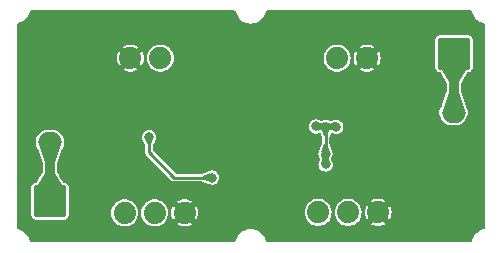
<source format=gbl>
G04 #@! TF.GenerationSoftware,KiCad,Pcbnew,8.0.3*
G04 #@! TF.CreationDate,2024-07-19T18:12:48+03:00*
G04 #@! TF.ProjectId,B-TPS63030-Brk-01Mbr-R01,422d5450-5336-4333-9033-302d42726b2d,rev?*
G04 #@! TF.SameCoordinates,Original*
G04 #@! TF.FileFunction,Copper,L2,Bot*
G04 #@! TF.FilePolarity,Positive*
%FSLAX46Y46*%
G04 Gerber Fmt 4.6, Leading zero omitted, Abs format (unit mm)*
G04 Created by KiCad (PCBNEW 8.0.3) date 2024-07-19 18:12:48*
%MOMM*%
%LPD*%
G01*
G04 APERTURE LIST*
G04 Aperture macros list*
%AMRoundRect*
0 Rectangle with rounded corners*
0 $1 Rounding radius*
0 $2 $3 $4 $5 $6 $7 $8 $9 X,Y pos of 4 corners*
0 Add a 4 corners polygon primitive as box body*
4,1,4,$2,$3,$4,$5,$6,$7,$8,$9,$2,$3,0*
0 Add four circle primitives for the rounded corners*
1,1,$1+$1,$2,$3*
1,1,$1+$1,$4,$5*
1,1,$1+$1,$6,$7*
1,1,$1+$1,$8,$9*
0 Add four rect primitives between the rounded corners*
20,1,$1+$1,$2,$3,$4,$5,0*
20,1,$1+$1,$4,$5,$6,$7,0*
20,1,$1+$1,$6,$7,$8,$9,0*
20,1,$1+$1,$8,$9,$2,$3,0*%
G04 Aperture macros list end*
G04 #@! TA.AperFunction,ComponentPad*
%ADD10C,1.879600*%
G04 #@! TD*
G04 #@! TA.AperFunction,ComponentPad*
%ADD11O,2.000000X1.700000*%
G04 #@! TD*
G04 #@! TA.AperFunction,ComponentPad*
%ADD12RoundRect,0.250000X-0.750000X0.600000X-0.750000X-0.600000X0.750000X-0.600000X0.750000X0.600000X0*%
G04 #@! TD*
G04 #@! TA.AperFunction,ComponentPad*
%ADD13RoundRect,0.250000X-1.125000X-1.125000X1.125000X-1.125000X1.125000X1.125000X-1.125000X1.125000X0*%
G04 #@! TD*
G04 #@! TA.AperFunction,ComponentPad*
%ADD14RoundRect,0.250000X0.750000X-0.600000X0.750000X0.600000X-0.750000X0.600000X-0.750000X-0.600000X0*%
G04 #@! TD*
G04 #@! TA.AperFunction,ViaPad*
%ADD15C,0.800000*%
G04 #@! TD*
G04 #@! TA.AperFunction,Conductor*
%ADD16C,0.250000*%
G04 #@! TD*
G04 #@! TA.AperFunction,Conductor*
%ADD17C,0.849000*%
G04 #@! TD*
G04 APERTURE END LIST*
D10*
X171215000Y-95925000D03*
X168675000Y-95925000D03*
X166135000Y-95925000D03*
D11*
X194000000Y-87450000D03*
D12*
X194000000Y-89950000D03*
D13*
X194025000Y-82450000D03*
X159825000Y-82450000D03*
D10*
X169170000Y-82850000D03*
X166630000Y-82850000D03*
X184130000Y-82850000D03*
X186670000Y-82850000D03*
D11*
X159825000Y-89950000D03*
D14*
X159825000Y-87450000D03*
D13*
X159825000Y-94950000D03*
D10*
X187605000Y-95900000D03*
X185065000Y-95900000D03*
X182525000Y-95900000D03*
D13*
X194000000Y-94950000D03*
D15*
X168220000Y-89530000D03*
X173550000Y-92950000D03*
X173500000Y-82350000D03*
X177425000Y-89875000D03*
X176700000Y-83975000D03*
X179875000Y-82350000D03*
X182200000Y-90150000D03*
X171770000Y-90790000D03*
X178175000Y-94975000D03*
X176050000Y-85375000D03*
X176200000Y-89850000D03*
X176700000Y-82525000D03*
X179850000Y-84450000D03*
X173475000Y-84450000D03*
X181100000Y-86600000D03*
X179850000Y-83400000D03*
X167500000Y-93950000D03*
X176800000Y-86450000D03*
X172675000Y-86650000D03*
X173475000Y-83400000D03*
X182375000Y-86600000D03*
X177450000Y-85375000D03*
X171350000Y-86650000D03*
X183150000Y-90920000D03*
X184065000Y-88650000D03*
X183160000Y-91840000D03*
X183190000Y-88650000D03*
X182365000Y-88625000D03*
D16*
X168220000Y-90820000D02*
X170350000Y-92950000D01*
X170350000Y-92950000D02*
X173550000Y-92950000D01*
D17*
X159825000Y-94950000D02*
X159825000Y-89950000D01*
D16*
X168220000Y-89530000D02*
X168220000Y-90820000D01*
X183160000Y-91840000D02*
X183160000Y-90930000D01*
X183215000Y-88625000D02*
X182365000Y-88625000D01*
X183025000Y-88815000D02*
X183190000Y-88650000D01*
X183160000Y-90910000D02*
X183160000Y-88815000D01*
X183160000Y-90930000D02*
X183150000Y-90920000D01*
X184015000Y-88625000D02*
X183265000Y-88625000D01*
X183240000Y-88900000D02*
X183215000Y-88925000D01*
D17*
X194025000Y-82275000D02*
X194025000Y-87425000D01*
D16*
X183150000Y-90920000D02*
X183160000Y-90910000D01*
X184040000Y-88925000D02*
X183990000Y-88900000D01*
X183215000Y-88925000D02*
X183190000Y-88900000D01*
D17*
X194000000Y-82300000D02*
X194025000Y-82275000D01*
G04 #@! TA.AperFunction,Conductor*
G36*
X183469552Y-88323704D02*
G01*
X183977113Y-88497293D01*
X183983832Y-88503212D01*
X183985027Y-88508363D01*
X183985027Y-88742222D01*
X183981600Y-88750495D01*
X183977857Y-88753010D01*
X183353887Y-89015010D01*
X183344932Y-89015053D01*
X183338571Y-89008754D01*
X183190875Y-88654499D01*
X183190855Y-88645550D01*
X183338856Y-88290561D01*
X183345203Y-88284244D01*
X183353441Y-88283994D01*
X183469552Y-88323704D01*
G37*
G04 #@! TD.AperFunction*
G04 #@! TA.AperFunction,Conductor*
G36*
X173395294Y-92584728D02*
G01*
X173401280Y-92590890D01*
X173549123Y-92945498D01*
X173549144Y-92954452D01*
X173549123Y-92954502D01*
X173401280Y-93309109D01*
X173394933Y-93315427D01*
X173386344Y-93315551D01*
X172757563Y-93077858D01*
X172751036Y-93071727D01*
X172750000Y-93066914D01*
X172750000Y-92833085D01*
X172753427Y-92824812D01*
X172757563Y-92822141D01*
X173386345Y-92584448D01*
X173395294Y-92584728D01*
G37*
G04 #@! TD.AperFunction*
G04 #@! TA.AperFunction,Conductor*
G36*
X183548647Y-88798526D02*
G01*
X183554965Y-88804873D01*
X183554944Y-88813827D01*
X183554900Y-88813932D01*
X183288038Y-89436940D01*
X183281630Y-89443195D01*
X183277283Y-89444033D01*
X183043422Y-89444033D01*
X183035149Y-89440606D01*
X183032327Y-89436047D01*
X182971116Y-89253185D01*
X182823903Y-88813394D01*
X182824527Y-88804463D01*
X182830494Y-88798884D01*
X183185500Y-88650875D01*
X183194449Y-88650855D01*
X183548647Y-88798526D01*
G37*
G04 #@! TD.AperFunction*
G04 #@! TA.AperFunction,Conductor*
G36*
X175500956Y-78820146D02*
G01*
X175546711Y-78872950D01*
X175556428Y-78905303D01*
X175556744Y-78907327D01*
X175556746Y-78907334D01*
X175625288Y-79113417D01*
X175727064Y-79305281D01*
X175727068Y-79305288D01*
X175835656Y-79446848D01*
X175859258Y-79477617D01*
X175859265Y-79477624D01*
X176018192Y-79625629D01*
X176018194Y-79625630D01*
X176018196Y-79625631D01*
X176018200Y-79625635D01*
X176199490Y-79745240D01*
X176199494Y-79745241D01*
X176199496Y-79745243D01*
X176266857Y-79775047D01*
X176398107Y-79833121D01*
X176608549Y-79886843D01*
X176824986Y-79904917D01*
X177041423Y-79886843D01*
X177212606Y-79843142D01*
X177251862Y-79833122D01*
X177251863Y-79833121D01*
X177251865Y-79833121D01*
X177450482Y-79745241D01*
X177631772Y-79625635D01*
X177631776Y-79625631D01*
X177631779Y-79625629D01*
X177769389Y-79497476D01*
X177790714Y-79477617D01*
X177922904Y-79305288D01*
X178024682Y-79113420D01*
X178093227Y-78907330D01*
X178093544Y-78905298D01*
X178093904Y-78904535D01*
X178094439Y-78902333D01*
X178094891Y-78902442D01*
X178123351Y-78842108D01*
X178182591Y-78805062D01*
X178216055Y-78800461D01*
X195433924Y-78800461D01*
X195500963Y-78820146D01*
X195546718Y-78872950D01*
X195553932Y-78897007D01*
X195554723Y-78896820D01*
X195555855Y-78901581D01*
X195618976Y-79097178D01*
X195618984Y-79097198D01*
X195712051Y-79280459D01*
X195818229Y-79426810D01*
X195832761Y-79446841D01*
X195978104Y-79592192D01*
X196144458Y-79712896D01*
X196144478Y-79712910D01*
X196208130Y-79745239D01*
X196327743Y-79805991D01*
X196523357Y-79869130D01*
X196523360Y-79869130D01*
X196528100Y-79870258D01*
X196527609Y-79872320D01*
X196582796Y-79898320D01*
X196619869Y-79957542D01*
X196624485Y-79991061D01*
X196624485Y-97208878D01*
X196604800Y-97275917D01*
X196551996Y-97321672D01*
X196527938Y-97328904D01*
X196528122Y-97329678D01*
X196523365Y-97330809D01*
X196327749Y-97393945D01*
X196327735Y-97393951D01*
X196144486Y-97487019D01*
X196144476Y-97487025D01*
X195978099Y-97607735D01*
X195832760Y-97753071D01*
X195832753Y-97753079D01*
X195712041Y-97919448D01*
X195712036Y-97919456D01*
X195618960Y-98102712D01*
X195618958Y-98102716D01*
X195555818Y-98298329D01*
X195554689Y-98303077D01*
X195552632Y-98302587D01*
X195526611Y-98357790D01*
X195467381Y-98394852D01*
X195433886Y-98399461D01*
X178216056Y-98399461D01*
X178149017Y-98379776D01*
X178103262Y-98326972D01*
X178093545Y-98294619D01*
X178093228Y-98292594D01*
X178093228Y-98292592D01*
X178024683Y-98086501D01*
X177922906Y-97894633D01*
X177863471Y-97817151D01*
X177790721Y-97722310D01*
X177790707Y-97722296D01*
X177631780Y-97574291D01*
X177631776Y-97574288D01*
X177450485Y-97454681D01*
X177450476Y-97454676D01*
X177251867Y-97366800D01*
X177251865Y-97366799D01*
X177041423Y-97313077D01*
X177041422Y-97313076D01*
X177041419Y-97313076D01*
X176849100Y-97297016D01*
X176824986Y-97295003D01*
X176824985Y-97295003D01*
X176608551Y-97313076D01*
X176398105Y-97366799D01*
X176199487Y-97454681D01*
X176199481Y-97454684D01*
X176018195Y-97574288D01*
X176018191Y-97574291D01*
X175859264Y-97722296D01*
X175859257Y-97722303D01*
X175752755Y-97861145D01*
X175727066Y-97894634D01*
X175727063Y-97894640D01*
X175625288Y-98086501D01*
X175556745Y-98292587D01*
X175556744Y-98292591D01*
X175556427Y-98294622D01*
X175556066Y-98295386D01*
X175555532Y-98297589D01*
X175555079Y-98297479D01*
X175526620Y-98357814D01*
X175467380Y-98394860D01*
X175433916Y-98399461D01*
X158216129Y-98399461D01*
X158149090Y-98379776D01*
X158103335Y-98326972D01*
X158096105Y-98302876D01*
X158095324Y-98303062D01*
X158094196Y-98298320D01*
X158031058Y-98102717D01*
X158031053Y-98102701D01*
X158031052Y-98102699D01*
X158031051Y-98102696D01*
X157937968Y-97919435D01*
X157937962Y-97919424D01*
X157817248Y-97753057D01*
X157817246Y-97753054D01*
X157671890Y-97607707D01*
X157505509Y-97486996D01*
X157505502Y-97486992D01*
X157505497Y-97486989D01*
X157322236Y-97393922D01*
X157322232Y-97393920D01*
X157322231Y-97393920D01*
X157126609Y-97330787D01*
X157126602Y-97330785D01*
X157121859Y-97329658D01*
X157122348Y-97327597D01*
X157067153Y-97301579D01*
X157030094Y-97242347D01*
X157025485Y-97208856D01*
X157025485Y-93770730D01*
X158249500Y-93770730D01*
X158249500Y-96129269D01*
X158252353Y-96159699D01*
X158252353Y-96159701D01*
X158297206Y-96287880D01*
X158297207Y-96287882D01*
X158377850Y-96397150D01*
X158487118Y-96477793D01*
X158529845Y-96492744D01*
X158615299Y-96522646D01*
X158645730Y-96525500D01*
X158645734Y-96525500D01*
X161004270Y-96525500D01*
X161034699Y-96522646D01*
X161034701Y-96522646D01*
X161098790Y-96500219D01*
X161162882Y-96477793D01*
X161272150Y-96397150D01*
X161352793Y-96287882D01*
X161379373Y-96211920D01*
X161397646Y-96159701D01*
X161397646Y-96159699D01*
X161400500Y-96129269D01*
X161400500Y-95924999D01*
X164989815Y-95924999D01*
X164989815Y-95925000D01*
X165009313Y-96135426D01*
X165009314Y-96135429D01*
X165067144Y-96338684D01*
X165067147Y-96338690D01*
X165161344Y-96527862D01*
X165288699Y-96696508D01*
X165417446Y-96813875D01*
X165444872Y-96838877D01*
X165624547Y-96950128D01*
X165821605Y-97026468D01*
X166029336Y-97065300D01*
X166029338Y-97065300D01*
X166240662Y-97065300D01*
X166240664Y-97065300D01*
X166448395Y-97026468D01*
X166645453Y-96950128D01*
X166825128Y-96838877D01*
X166981302Y-96696506D01*
X167108656Y-96527862D01*
X167202853Y-96338689D01*
X167202853Y-96338686D01*
X167202855Y-96338684D01*
X167260685Y-96135429D01*
X167260686Y-96135426D01*
X167280185Y-95925000D01*
X167280185Y-95924999D01*
X167529815Y-95924999D01*
X167529815Y-95925000D01*
X167549313Y-96135426D01*
X167549314Y-96135429D01*
X167607144Y-96338684D01*
X167607147Y-96338690D01*
X167701344Y-96527862D01*
X167828699Y-96696508D01*
X167957446Y-96813875D01*
X167984872Y-96838877D01*
X168164547Y-96950128D01*
X168361605Y-97026468D01*
X168569336Y-97065300D01*
X168569338Y-97065300D01*
X168780662Y-97065300D01*
X168780664Y-97065300D01*
X168988395Y-97026468D01*
X169185453Y-96950128D01*
X169365128Y-96838877D01*
X169521302Y-96696506D01*
X169648656Y-96527862D01*
X169742853Y-96338689D01*
X169742853Y-96338686D01*
X169742855Y-96338684D01*
X169800685Y-96135429D01*
X169800686Y-96135426D01*
X169820185Y-95925000D01*
X169820185Y-95924999D01*
X170070317Y-95924999D01*
X170070317Y-95925000D01*
X170089806Y-96135334D01*
X170147614Y-96338504D01*
X170147619Y-96338517D01*
X170241771Y-96527598D01*
X170249118Y-96537327D01*
X170725504Y-96060941D01*
X170741619Y-96121081D01*
X170808498Y-96236920D01*
X170903080Y-96331502D01*
X171018919Y-96398381D01*
X171079057Y-96414494D01*
X170605401Y-96888150D01*
X170704770Y-96949677D01*
X170704771Y-96949678D01*
X170901740Y-97025983D01*
X171109384Y-97064800D01*
X171320616Y-97064800D01*
X171528259Y-97025983D01*
X171725228Y-96949678D01*
X171725232Y-96949676D01*
X171824596Y-96888151D01*
X171824596Y-96888150D01*
X171350942Y-96414494D01*
X171411081Y-96398381D01*
X171526920Y-96331502D01*
X171621502Y-96236920D01*
X171688381Y-96121081D01*
X171704495Y-96060941D01*
X172180880Y-96537326D01*
X172180881Y-96537326D01*
X172188228Y-96527598D01*
X172282380Y-96338517D01*
X172282385Y-96338504D01*
X172340193Y-96135334D01*
X172359683Y-95925000D01*
X172359683Y-95924999D01*
X172357366Y-95899999D01*
X181379815Y-95899999D01*
X181379815Y-95900000D01*
X181399313Y-96110426D01*
X181399314Y-96110429D01*
X181457144Y-96313684D01*
X181457147Y-96313690D01*
X181551344Y-96502862D01*
X181678699Y-96671508D01*
X181813050Y-96793983D01*
X181834872Y-96813877D01*
X182014547Y-96925128D01*
X182211605Y-97001468D01*
X182419336Y-97040300D01*
X182419338Y-97040300D01*
X182630662Y-97040300D01*
X182630664Y-97040300D01*
X182838395Y-97001468D01*
X183035453Y-96925128D01*
X183215128Y-96813877D01*
X183371302Y-96671506D01*
X183498656Y-96502862D01*
X183592853Y-96313689D01*
X183592853Y-96313686D01*
X183592855Y-96313684D01*
X183645326Y-96129266D01*
X183650686Y-96110427D01*
X183670185Y-95900000D01*
X183670185Y-95899999D01*
X183919815Y-95899999D01*
X183919815Y-95900000D01*
X183939313Y-96110426D01*
X183939314Y-96110429D01*
X183997144Y-96313684D01*
X183997147Y-96313690D01*
X184091344Y-96502862D01*
X184218699Y-96671508D01*
X184353050Y-96793983D01*
X184374872Y-96813877D01*
X184554547Y-96925128D01*
X184751605Y-97001468D01*
X184959336Y-97040300D01*
X184959338Y-97040300D01*
X185170662Y-97040300D01*
X185170664Y-97040300D01*
X185378395Y-97001468D01*
X185575453Y-96925128D01*
X185755128Y-96813877D01*
X185911302Y-96671506D01*
X186038656Y-96502862D01*
X186132853Y-96313689D01*
X186132853Y-96313686D01*
X186132855Y-96313684D01*
X186185326Y-96129266D01*
X186190686Y-96110427D01*
X186210185Y-95900000D01*
X186210185Y-95899999D01*
X186460317Y-95899999D01*
X186460317Y-95900000D01*
X186479806Y-96110334D01*
X186537614Y-96313504D01*
X186537619Y-96313517D01*
X186631771Y-96502598D01*
X186639118Y-96512327D01*
X187115504Y-96035941D01*
X187131619Y-96096081D01*
X187198498Y-96211920D01*
X187293080Y-96306502D01*
X187408919Y-96373381D01*
X187469057Y-96389494D01*
X186995401Y-96863150D01*
X187094770Y-96924677D01*
X187094771Y-96924678D01*
X187291740Y-97000983D01*
X187499384Y-97039800D01*
X187710616Y-97039800D01*
X187918259Y-97000983D01*
X188115228Y-96924678D01*
X188115232Y-96924676D01*
X188214596Y-96863151D01*
X188214596Y-96863150D01*
X187740942Y-96389494D01*
X187801081Y-96373381D01*
X187916920Y-96306502D01*
X188011502Y-96211920D01*
X188078381Y-96096081D01*
X188094495Y-96035941D01*
X188570880Y-96512326D01*
X188570881Y-96512326D01*
X188578228Y-96502598D01*
X188672380Y-96313517D01*
X188672385Y-96313504D01*
X188730193Y-96110334D01*
X188749683Y-95900000D01*
X188749683Y-95899999D01*
X188730193Y-95689665D01*
X188672385Y-95486495D01*
X188672380Y-95486482D01*
X188578232Y-95297407D01*
X188578227Y-95297399D01*
X188570880Y-95287671D01*
X188094494Y-95764057D01*
X188078381Y-95703919D01*
X188011502Y-95588080D01*
X187916920Y-95493498D01*
X187801081Y-95426619D01*
X187740941Y-95410504D01*
X188214597Y-94936848D01*
X188115227Y-94875321D01*
X188115226Y-94875320D01*
X187918259Y-94799016D01*
X187710616Y-94760200D01*
X187499384Y-94760200D01*
X187291740Y-94799016D01*
X187094772Y-94875321D01*
X187094765Y-94875325D01*
X186995402Y-94936847D01*
X186995401Y-94936848D01*
X187469058Y-95410504D01*
X187408919Y-95426619D01*
X187293080Y-95493498D01*
X187198498Y-95588080D01*
X187131619Y-95703919D01*
X187115504Y-95764058D01*
X186639118Y-95287672D01*
X186639117Y-95287672D01*
X186631770Y-95297402D01*
X186537619Y-95486482D01*
X186537614Y-95486495D01*
X186479806Y-95689665D01*
X186460317Y-95899999D01*
X186210185Y-95899999D01*
X186190686Y-95689573D01*
X186149963Y-95546446D01*
X186132855Y-95486315D01*
X186132852Y-95486309D01*
X186098340Y-95417000D01*
X186038656Y-95297138D01*
X185911302Y-95128494D01*
X185911300Y-95128491D01*
X185755129Y-94986124D01*
X185755128Y-94986123D01*
X185575453Y-94874872D01*
X185575452Y-94874871D01*
X185379644Y-94799016D01*
X185378395Y-94798532D01*
X185170664Y-94759700D01*
X184959336Y-94759700D01*
X184751605Y-94798532D01*
X184751602Y-94798532D01*
X184751602Y-94798533D01*
X184554547Y-94874871D01*
X184554546Y-94874872D01*
X184374870Y-94986124D01*
X184218699Y-95128491D01*
X184091344Y-95297137D01*
X183997147Y-95486309D01*
X183997144Y-95486315D01*
X183939314Y-95689570D01*
X183939313Y-95689573D01*
X183919815Y-95899999D01*
X183670185Y-95899999D01*
X183650686Y-95689573D01*
X183609963Y-95546446D01*
X183592855Y-95486315D01*
X183592852Y-95486309D01*
X183558340Y-95417000D01*
X183498656Y-95297138D01*
X183371302Y-95128494D01*
X183371300Y-95128491D01*
X183215129Y-94986124D01*
X183215128Y-94986123D01*
X183035453Y-94874872D01*
X183035452Y-94874871D01*
X182839644Y-94799016D01*
X182838395Y-94798532D01*
X182630664Y-94759700D01*
X182419336Y-94759700D01*
X182211605Y-94798532D01*
X182211602Y-94798532D01*
X182211602Y-94798533D01*
X182014547Y-94874871D01*
X182014546Y-94874872D01*
X181834870Y-94986124D01*
X181678699Y-95128491D01*
X181551344Y-95297137D01*
X181457147Y-95486309D01*
X181457144Y-95486315D01*
X181399314Y-95689570D01*
X181399313Y-95689573D01*
X181379815Y-95899999D01*
X172357366Y-95899999D01*
X172340193Y-95714665D01*
X172282385Y-95511495D01*
X172282380Y-95511482D01*
X172188232Y-95322407D01*
X172188227Y-95322399D01*
X172180880Y-95312671D01*
X171704494Y-95789057D01*
X171688381Y-95728919D01*
X171621502Y-95613080D01*
X171526920Y-95518498D01*
X171411081Y-95451619D01*
X171350941Y-95435504D01*
X171824597Y-94961848D01*
X171725227Y-94900321D01*
X171725226Y-94900320D01*
X171528259Y-94824016D01*
X171320616Y-94785200D01*
X171109384Y-94785200D01*
X170901740Y-94824016D01*
X170704772Y-94900321D01*
X170704765Y-94900325D01*
X170605402Y-94961847D01*
X170605401Y-94961848D01*
X171079058Y-95435504D01*
X171018919Y-95451619D01*
X170903080Y-95518498D01*
X170808498Y-95613080D01*
X170741619Y-95728919D01*
X170725504Y-95789058D01*
X170249118Y-95312672D01*
X170249117Y-95312672D01*
X170241770Y-95322402D01*
X170147619Y-95511482D01*
X170147614Y-95511495D01*
X170089806Y-95714665D01*
X170070317Y-95924999D01*
X169820185Y-95924999D01*
X169800686Y-95714573D01*
X169800685Y-95714570D01*
X169742855Y-95511315D01*
X169742852Y-95511309D01*
X169700681Y-95426619D01*
X169648656Y-95322138D01*
X169521302Y-95153494D01*
X169521300Y-95153491D01*
X169365129Y-95011124D01*
X169365128Y-95011123D01*
X169185453Y-94899872D01*
X169185452Y-94899871D01*
X168989644Y-94824016D01*
X168988395Y-94823532D01*
X168780664Y-94784700D01*
X168569336Y-94784700D01*
X168361605Y-94823532D01*
X168361602Y-94823532D01*
X168361602Y-94823533D01*
X168164547Y-94899871D01*
X168164546Y-94899872D01*
X167984870Y-95011124D01*
X167828699Y-95153491D01*
X167701344Y-95322137D01*
X167607147Y-95511309D01*
X167607144Y-95511315D01*
X167549314Y-95714570D01*
X167549313Y-95714573D01*
X167529815Y-95924999D01*
X167280185Y-95924999D01*
X167260686Y-95714573D01*
X167260685Y-95714570D01*
X167202855Y-95511315D01*
X167202852Y-95511309D01*
X167160681Y-95426619D01*
X167108656Y-95322138D01*
X166981302Y-95153494D01*
X166981300Y-95153491D01*
X166825129Y-95011124D01*
X166825128Y-95011123D01*
X166645453Y-94899872D01*
X166645452Y-94899871D01*
X166449644Y-94824016D01*
X166448395Y-94823532D01*
X166240664Y-94784700D01*
X166029336Y-94784700D01*
X165821605Y-94823532D01*
X165821602Y-94823532D01*
X165821602Y-94823533D01*
X165624547Y-94899871D01*
X165624546Y-94899872D01*
X165444870Y-95011124D01*
X165288699Y-95153491D01*
X165161344Y-95322137D01*
X165067147Y-95511309D01*
X165067144Y-95511315D01*
X165009314Y-95714570D01*
X165009313Y-95714573D01*
X164989815Y-95924999D01*
X161400500Y-95924999D01*
X161400500Y-93770730D01*
X161397646Y-93740300D01*
X161397646Y-93740298D01*
X161352793Y-93612119D01*
X161352792Y-93612117D01*
X161272150Y-93502850D01*
X161162882Y-93422207D01*
X161162880Y-93422206D01*
X161034700Y-93377353D01*
X161007316Y-93374785D01*
X160942407Y-93348926D01*
X160911423Y-93313178D01*
X160889739Y-93275500D01*
X160702413Y-92949998D01*
X160466527Y-92540117D01*
X160450000Y-92478266D01*
X160450000Y-91719317D01*
X160456643Y-91679275D01*
X160841344Y-90551785D01*
X160855591Y-90522950D01*
X160905941Y-90447598D01*
X160985130Y-90256420D01*
X161025500Y-90053465D01*
X161025500Y-89846535D01*
X160985130Y-89643580D01*
X160938083Y-89529998D01*
X167614318Y-89529998D01*
X167614318Y-89530001D01*
X167634955Y-89686760D01*
X167634957Y-89686765D01*
X167695461Y-89832836D01*
X167695464Y-89832841D01*
X167706086Y-89846684D01*
X167719998Y-89869564D01*
X167882788Y-90217039D01*
X167894500Y-90269645D01*
X167894500Y-90862852D01*
X167916682Y-90945640D01*
X167938108Y-90982750D01*
X167959535Y-91019862D01*
X170150138Y-93210465D01*
X170224361Y-93253318D01*
X170307147Y-93275500D01*
X172676577Y-93275500D01*
X172720421Y-93283510D01*
X173313679Y-93507775D01*
X173324027Y-93509588D01*
X173350077Y-93517166D01*
X173364662Y-93523207D01*
X173393238Y-93535044D01*
X173529361Y-93552964D01*
X173549999Y-93555682D01*
X173550000Y-93555682D01*
X173550001Y-93555682D01*
X173602254Y-93548802D01*
X173706762Y-93535044D01*
X173852841Y-93474536D01*
X173978282Y-93378282D01*
X174074536Y-93252841D01*
X174135044Y-93106762D01*
X174155682Y-92950000D01*
X174135044Y-92793238D01*
X174074536Y-92647159D01*
X173978282Y-92521718D01*
X173852841Y-92425464D01*
X173706762Y-92364956D01*
X173706760Y-92364955D01*
X173550001Y-92344318D01*
X173549999Y-92344318D01*
X173393239Y-92364955D01*
X173393234Y-92364957D01*
X173349735Y-92382975D01*
X173322661Y-92390727D01*
X173313680Y-92392224D01*
X173313674Y-92392226D01*
X173313671Y-92392227D01*
X172720420Y-92616489D01*
X172676574Y-92624500D01*
X170536189Y-92624500D01*
X170469150Y-92604815D01*
X170448508Y-92588181D01*
X168581819Y-90721492D01*
X168548334Y-90660169D01*
X168545500Y-90633811D01*
X168545500Y-90276012D01*
X168555386Y-90227495D01*
X168690485Y-89909737D01*
X168706215Y-89882780D01*
X168744536Y-89832841D01*
X168805044Y-89686762D01*
X168825682Y-89530000D01*
X168824800Y-89523303D01*
X168805044Y-89373239D01*
X168805044Y-89373238D01*
X168744536Y-89227159D01*
X168648282Y-89101718D01*
X168522841Y-89005464D01*
X168376762Y-88944956D01*
X168376760Y-88944955D01*
X168220001Y-88924318D01*
X168219999Y-88924318D01*
X168063239Y-88944955D01*
X168063237Y-88944956D01*
X167917160Y-89005463D01*
X167791718Y-89101718D01*
X167695463Y-89227160D01*
X167634956Y-89373237D01*
X167634955Y-89373239D01*
X167614318Y-89529998D01*
X160938083Y-89529998D01*
X160905941Y-89452402D01*
X160790977Y-89280345D01*
X160790975Y-89280342D01*
X160644657Y-89134024D01*
X160558626Y-89076541D01*
X160472598Y-89019059D01*
X160281420Y-88939870D01*
X160281412Y-88939868D01*
X160078469Y-88899500D01*
X160078465Y-88899500D01*
X159571535Y-88899500D01*
X159571530Y-88899500D01*
X159368587Y-88939868D01*
X159368579Y-88939870D01*
X159177403Y-89019058D01*
X159005342Y-89134024D01*
X158859024Y-89280342D01*
X158744058Y-89452403D01*
X158664870Y-89643579D01*
X158664868Y-89643587D01*
X158624500Y-89846530D01*
X158624500Y-90053469D01*
X158664868Y-90256412D01*
X158664870Y-90256420D01*
X158744058Y-90447597D01*
X158744059Y-90447598D01*
X158794401Y-90522941D01*
X158808653Y-90551783D01*
X159193356Y-91679275D01*
X159193357Y-91679276D01*
X159200000Y-91719318D01*
X159200000Y-92478265D01*
X159183473Y-92540116D01*
X158738576Y-93313179D01*
X158688076Y-93361465D01*
X158642680Y-93374786D01*
X158615300Y-93377353D01*
X158615298Y-93377353D01*
X158487119Y-93422206D01*
X158487117Y-93422207D01*
X158377850Y-93502850D01*
X158297207Y-93612117D01*
X158297206Y-93612119D01*
X158252353Y-93740298D01*
X158252353Y-93740300D01*
X158249500Y-93770730D01*
X157025485Y-93770730D01*
X157025485Y-88624998D01*
X181759318Y-88624998D01*
X181759318Y-88625001D01*
X181779955Y-88781760D01*
X181779956Y-88781762D01*
X181790310Y-88806760D01*
X181840464Y-88927841D01*
X181936718Y-89053282D01*
X182062159Y-89149536D01*
X182208238Y-89210044D01*
X182286619Y-89220363D01*
X182364999Y-89230682D01*
X182365000Y-89230682D01*
X182365001Y-89230682D01*
X182391752Y-89227160D01*
X182521762Y-89210044D01*
X182565268Y-89192022D01*
X182592344Y-89184270D01*
X182593887Y-89184013D01*
X182601320Y-89182775D01*
X182601324Y-89182773D01*
X182607201Y-89181190D01*
X182607962Y-89184013D01*
X182665082Y-89179510D01*
X182726648Y-89212548D01*
X182757194Y-89261505D01*
X182773057Y-89308895D01*
X182773058Y-89308899D01*
X182776244Y-89318416D01*
X182828087Y-89473293D01*
X182834500Y-89512652D01*
X182834500Y-90046646D01*
X182825841Y-90092170D01*
X182593512Y-90680801D01*
X182593511Y-90680804D01*
X182591311Y-90692604D01*
X182583975Y-90717317D01*
X182564956Y-90763234D01*
X182544318Y-90919998D01*
X182544318Y-90920001D01*
X182564956Y-91076761D01*
X182584076Y-91122924D01*
X182591518Y-91148216D01*
X182593511Y-91159192D01*
X182593512Y-91159194D01*
X182666198Y-91343356D01*
X182672500Y-91412941D01*
X182666847Y-91432725D01*
X182602223Y-91603681D01*
X182602223Y-91603684D01*
X182600408Y-91614038D01*
X182592833Y-91640077D01*
X182574956Y-91683236D01*
X182554318Y-91839998D01*
X182554318Y-91840001D01*
X182574955Y-91996760D01*
X182574956Y-91996762D01*
X182635464Y-92142841D01*
X182731718Y-92268282D01*
X182857159Y-92364536D01*
X183003238Y-92425044D01*
X183081619Y-92435363D01*
X183159999Y-92445682D01*
X183160000Y-92445682D01*
X183160001Y-92445682D01*
X183212254Y-92438802D01*
X183316762Y-92425044D01*
X183462841Y-92364536D01*
X183588282Y-92268282D01*
X183684536Y-92142841D01*
X183745044Y-91996762D01*
X183765682Y-91840000D01*
X183745044Y-91683238D01*
X183727021Y-91639727D01*
X183719271Y-91612659D01*
X183717775Y-91603679D01*
X183646102Y-91414080D01*
X183640810Y-91344415D01*
X183645554Y-91327870D01*
X183708858Y-91153808D01*
X183710344Y-91144827D01*
X183718118Y-91117621D01*
X183735044Y-91076762D01*
X183755682Y-90920000D01*
X183735044Y-90763238D01*
X183717963Y-90722001D01*
X183709962Y-90693377D01*
X183709843Y-90692604D01*
X183708858Y-90686191D01*
X183552556Y-90256412D01*
X183492967Y-90092560D01*
X183485500Y-90050180D01*
X183485500Y-89523303D01*
X183495517Y-89474479D01*
X183594763Y-89242781D01*
X183639253Y-89188909D01*
X183705808Y-89167641D01*
X183756753Y-89177276D01*
X183821574Y-89204494D01*
X183825940Y-89206267D01*
X183825970Y-89206279D01*
X183825998Y-89206290D01*
X183837255Y-89208435D01*
X183861493Y-89215681D01*
X183908238Y-89235044D01*
X183969135Y-89243060D01*
X183977776Y-89244511D01*
X184016726Y-89252483D01*
X184021347Y-89252205D01*
X184044954Y-89253042D01*
X184065000Y-89255682D01*
X184221762Y-89235044D01*
X184367841Y-89174536D01*
X184493282Y-89078282D01*
X184589536Y-88952841D01*
X184650044Y-88806762D01*
X184670682Y-88650000D01*
X184667390Y-88624998D01*
X184650044Y-88493239D01*
X184650044Y-88493238D01*
X184589536Y-88347159D01*
X184493282Y-88221718D01*
X184367841Y-88125464D01*
X184307483Y-88100463D01*
X184221762Y-88064956D01*
X184221760Y-88064955D01*
X184065001Y-88044318D01*
X184064999Y-88044318D01*
X183908238Y-88064956D01*
X183870405Y-88080626D01*
X183839435Y-88088964D01*
X183835065Y-88089549D01*
X183835050Y-88089553D01*
X183667626Y-88146812D01*
X183597824Y-88149880D01*
X183587375Y-88146813D01*
X183572889Y-88141859D01*
X183536053Y-88129261D01*
X183536052Y-88129261D01*
X183526367Y-88125948D01*
X183526363Y-88125947D01*
X183419946Y-88089552D01*
X183419932Y-88089549D01*
X183413217Y-88088537D01*
X183384253Y-88080485D01*
X183365689Y-88072796D01*
X183346762Y-88064956D01*
X183346760Y-88064955D01*
X183190001Y-88044318D01*
X183189999Y-88044318D01*
X183033238Y-88064956D01*
X182995405Y-88080626D01*
X182964435Y-88088964D01*
X182960065Y-88089549D01*
X182960050Y-88089553D01*
X182844951Y-88128917D01*
X182775148Y-88131985D01*
X182760979Y-88127578D01*
X182616076Y-88072801D01*
X182616060Y-88072796D01*
X182601318Y-88067223D01*
X182597331Y-88066524D01*
X182590958Y-88065407D01*
X182564918Y-88057831D01*
X182521762Y-88039956D01*
X182443381Y-88029637D01*
X182365001Y-88019318D01*
X182364999Y-88019318D01*
X182208239Y-88039955D01*
X182208237Y-88039956D01*
X182062160Y-88100463D01*
X181936718Y-88196718D01*
X181840463Y-88322160D01*
X181779956Y-88468237D01*
X181779955Y-88468239D01*
X181759318Y-88624998D01*
X157025485Y-88624998D01*
X157025485Y-82849999D01*
X165485317Y-82849999D01*
X165485317Y-82850000D01*
X165504806Y-83060334D01*
X165562614Y-83263504D01*
X165562619Y-83263517D01*
X165656771Y-83452598D01*
X165664118Y-83462327D01*
X166140504Y-82985941D01*
X166156619Y-83046081D01*
X166223498Y-83161920D01*
X166318080Y-83256502D01*
X166433919Y-83323381D01*
X166494057Y-83339494D01*
X166020401Y-83813150D01*
X166119770Y-83874677D01*
X166119771Y-83874678D01*
X166316740Y-83950983D01*
X166524384Y-83989800D01*
X166735616Y-83989800D01*
X166943259Y-83950983D01*
X167140228Y-83874678D01*
X167140232Y-83874676D01*
X167239596Y-83813151D01*
X167239596Y-83813150D01*
X166765942Y-83339494D01*
X166826081Y-83323381D01*
X166941920Y-83256502D01*
X167036502Y-83161920D01*
X167103381Y-83046081D01*
X167119495Y-82985941D01*
X167595880Y-83462326D01*
X167595881Y-83462326D01*
X167603228Y-83452598D01*
X167697380Y-83263517D01*
X167697385Y-83263504D01*
X167755193Y-83060334D01*
X167774683Y-82850000D01*
X167774683Y-82849999D01*
X168024815Y-82849999D01*
X168024815Y-82850000D01*
X168044313Y-83060426D01*
X168044314Y-83060429D01*
X168102144Y-83263684D01*
X168102147Y-83263690D01*
X168196344Y-83452862D01*
X168323699Y-83621508D01*
X168458050Y-83743983D01*
X168479872Y-83763877D01*
X168659547Y-83875128D01*
X168856605Y-83951468D01*
X169064336Y-83990300D01*
X169064338Y-83990300D01*
X169275662Y-83990300D01*
X169275664Y-83990300D01*
X169483395Y-83951468D01*
X169680453Y-83875128D01*
X169860128Y-83763877D01*
X170016302Y-83621506D01*
X170143656Y-83452862D01*
X170237853Y-83263689D01*
X170237853Y-83263686D01*
X170237855Y-83263684D01*
X170295685Y-83060429D01*
X170295686Y-83060426D01*
X170315185Y-82850000D01*
X170315185Y-82849999D01*
X182984815Y-82849999D01*
X182984815Y-82850000D01*
X183004313Y-83060426D01*
X183004314Y-83060429D01*
X183062144Y-83263684D01*
X183062147Y-83263690D01*
X183156344Y-83452862D01*
X183283699Y-83621508D01*
X183418050Y-83743983D01*
X183439872Y-83763877D01*
X183619547Y-83875128D01*
X183816605Y-83951468D01*
X184024336Y-83990300D01*
X184024338Y-83990300D01*
X184235662Y-83990300D01*
X184235664Y-83990300D01*
X184443395Y-83951468D01*
X184640453Y-83875128D01*
X184820128Y-83763877D01*
X184976302Y-83621506D01*
X185103656Y-83452862D01*
X185197853Y-83263689D01*
X185197853Y-83263686D01*
X185197855Y-83263684D01*
X185255685Y-83060429D01*
X185255686Y-83060426D01*
X185275185Y-82850000D01*
X185275185Y-82849999D01*
X185525317Y-82849999D01*
X185525317Y-82850000D01*
X185544806Y-83060334D01*
X185602614Y-83263504D01*
X185602619Y-83263517D01*
X185696771Y-83452598D01*
X185704118Y-83462327D01*
X186180504Y-82985941D01*
X186196619Y-83046081D01*
X186263498Y-83161920D01*
X186358080Y-83256502D01*
X186473919Y-83323381D01*
X186534057Y-83339494D01*
X186060401Y-83813150D01*
X186159770Y-83874677D01*
X186159771Y-83874678D01*
X186356740Y-83950983D01*
X186564384Y-83989800D01*
X186775616Y-83989800D01*
X186983259Y-83950983D01*
X187180228Y-83874678D01*
X187180232Y-83874676D01*
X187279596Y-83813151D01*
X187279596Y-83813150D01*
X186805942Y-83339494D01*
X186866081Y-83323381D01*
X186981920Y-83256502D01*
X187076502Y-83161920D01*
X187143381Y-83046081D01*
X187159495Y-82985941D01*
X187635880Y-83462326D01*
X187635881Y-83462326D01*
X187643228Y-83452598D01*
X187737380Y-83263517D01*
X187737385Y-83263504D01*
X187795193Y-83060334D01*
X187814683Y-82850000D01*
X187814683Y-82849999D01*
X187795193Y-82639665D01*
X187737385Y-82436495D01*
X187737380Y-82436482D01*
X187643232Y-82247407D01*
X187643227Y-82247399D01*
X187635880Y-82237671D01*
X187159494Y-82714057D01*
X187143381Y-82653919D01*
X187076502Y-82538080D01*
X186981920Y-82443498D01*
X186866081Y-82376619D01*
X186805941Y-82360504D01*
X187279597Y-81886848D01*
X187180227Y-81825321D01*
X187180226Y-81825320D01*
X186983259Y-81749016D01*
X186775616Y-81710200D01*
X186564384Y-81710200D01*
X186356740Y-81749016D01*
X186159772Y-81825321D01*
X186159765Y-81825325D01*
X186060402Y-81886847D01*
X186060401Y-81886848D01*
X186534058Y-82360504D01*
X186473919Y-82376619D01*
X186358080Y-82443498D01*
X186263498Y-82538080D01*
X186196619Y-82653919D01*
X186180504Y-82714058D01*
X185704118Y-82237672D01*
X185704117Y-82237672D01*
X185696770Y-82247402D01*
X185602619Y-82436482D01*
X185602614Y-82436495D01*
X185544806Y-82639665D01*
X185525317Y-82849999D01*
X185275185Y-82849999D01*
X185255686Y-82639573D01*
X185255685Y-82639570D01*
X185197855Y-82436315D01*
X185197852Y-82436309D01*
X185168130Y-82376619D01*
X185103656Y-82247138D01*
X184976302Y-82078494D01*
X184976300Y-82078491D01*
X184820129Y-81936124D01*
X184820128Y-81936123D01*
X184640453Y-81824872D01*
X184640452Y-81824871D01*
X184444644Y-81749016D01*
X184443395Y-81748532D01*
X184235664Y-81709700D01*
X184024336Y-81709700D01*
X183816605Y-81748532D01*
X183816602Y-81748532D01*
X183816602Y-81748533D01*
X183619547Y-81824871D01*
X183619546Y-81824872D01*
X183439870Y-81936124D01*
X183283699Y-82078491D01*
X183156344Y-82247137D01*
X183062147Y-82436309D01*
X183062144Y-82436315D01*
X183004314Y-82639570D01*
X183004313Y-82639573D01*
X182984815Y-82849999D01*
X170315185Y-82849999D01*
X170295686Y-82639573D01*
X170295685Y-82639570D01*
X170237855Y-82436315D01*
X170237852Y-82436309D01*
X170208130Y-82376619D01*
X170143656Y-82247138D01*
X170016302Y-82078494D01*
X170016300Y-82078491D01*
X169860129Y-81936124D01*
X169860128Y-81936123D01*
X169680453Y-81824872D01*
X169680452Y-81824871D01*
X169484644Y-81749016D01*
X169483395Y-81748532D01*
X169275664Y-81709700D01*
X169064336Y-81709700D01*
X168856605Y-81748532D01*
X168856602Y-81748532D01*
X168856602Y-81748533D01*
X168659547Y-81824871D01*
X168659546Y-81824872D01*
X168479870Y-81936124D01*
X168323699Y-82078491D01*
X168196344Y-82247137D01*
X168102147Y-82436309D01*
X168102144Y-82436315D01*
X168044314Y-82639570D01*
X168044313Y-82639573D01*
X168024815Y-82849999D01*
X167774683Y-82849999D01*
X167755193Y-82639665D01*
X167697385Y-82436495D01*
X167697380Y-82436482D01*
X167603232Y-82247407D01*
X167603227Y-82247399D01*
X167595880Y-82237671D01*
X167119494Y-82714057D01*
X167103381Y-82653919D01*
X167036502Y-82538080D01*
X166941920Y-82443498D01*
X166826081Y-82376619D01*
X166765941Y-82360504D01*
X167239597Y-81886848D01*
X167140227Y-81825321D01*
X167140226Y-81825320D01*
X166943259Y-81749016D01*
X166735616Y-81710200D01*
X166524384Y-81710200D01*
X166316740Y-81749016D01*
X166119772Y-81825321D01*
X166119765Y-81825325D01*
X166020402Y-81886847D01*
X166020401Y-81886848D01*
X166494058Y-82360504D01*
X166433919Y-82376619D01*
X166318080Y-82443498D01*
X166223498Y-82538080D01*
X166156619Y-82653919D01*
X166140504Y-82714058D01*
X165664118Y-82237672D01*
X165664117Y-82237672D01*
X165656770Y-82247402D01*
X165562619Y-82436482D01*
X165562614Y-82436495D01*
X165504806Y-82639665D01*
X165485317Y-82849999D01*
X157025485Y-82849999D01*
X157025485Y-81270730D01*
X192449500Y-81270730D01*
X192449500Y-83629269D01*
X192452353Y-83659699D01*
X192452353Y-83659701D01*
X192488807Y-83763877D01*
X192497207Y-83787882D01*
X192577850Y-83897150D01*
X192687118Y-83977793D01*
X192721432Y-83989800D01*
X192815299Y-84022646D01*
X192842680Y-84025214D01*
X192907589Y-84051071D01*
X192938576Y-84086821D01*
X193383473Y-84859881D01*
X193400000Y-84921732D01*
X193400000Y-85678747D01*
X193392716Y-85720619D01*
X192992776Y-86835429D01*
X192979163Y-86862446D01*
X192919059Y-86952400D01*
X192839870Y-87143579D01*
X192839868Y-87143587D01*
X192799500Y-87346530D01*
X192799500Y-87553469D01*
X192839868Y-87756412D01*
X192839870Y-87756420D01*
X192919058Y-87947596D01*
X193034024Y-88119657D01*
X193180342Y-88265975D01*
X193180345Y-88265977D01*
X193352402Y-88380941D01*
X193543580Y-88460130D01*
X193746530Y-88500499D01*
X193746534Y-88500500D01*
X193746535Y-88500500D01*
X194253466Y-88500500D01*
X194253467Y-88500499D01*
X194456420Y-88460130D01*
X194647598Y-88380941D01*
X194819655Y-88265977D01*
X194965977Y-88119655D01*
X195080941Y-87947598D01*
X195160130Y-87756420D01*
X195200500Y-87553465D01*
X195200500Y-87346535D01*
X195160130Y-87143580D01*
X195080941Y-86952402D01*
X195040067Y-86891229D01*
X195025203Y-86860547D01*
X194656033Y-85720738D01*
X194650000Y-85682530D01*
X194650000Y-84921732D01*
X194666527Y-84859881D01*
X195111423Y-84086819D01*
X195161922Y-84038535D01*
X195207318Y-84025214D01*
X195234699Y-84022646D01*
X195234701Y-84022646D01*
X195298790Y-84000219D01*
X195362882Y-83977793D01*
X195472150Y-83897150D01*
X195552793Y-83787882D01*
X195575219Y-83723790D01*
X195597646Y-83659701D01*
X195597646Y-83659699D01*
X195600500Y-83629269D01*
X195600500Y-81270730D01*
X195597646Y-81240300D01*
X195597646Y-81240298D01*
X195552793Y-81112119D01*
X195552792Y-81112117D01*
X195472150Y-81002850D01*
X195362882Y-80922207D01*
X195362880Y-80922206D01*
X195234700Y-80877353D01*
X195204270Y-80874500D01*
X195204266Y-80874500D01*
X192845734Y-80874500D01*
X192845730Y-80874500D01*
X192815300Y-80877353D01*
X192815298Y-80877353D01*
X192687119Y-80922206D01*
X192687117Y-80922207D01*
X192577850Y-81002850D01*
X192497207Y-81112117D01*
X192497206Y-81112119D01*
X192452353Y-81240298D01*
X192452353Y-81240300D01*
X192449500Y-81270730D01*
X157025485Y-81270730D01*
X157025485Y-79991010D01*
X157045170Y-79923971D01*
X157097974Y-79878216D01*
X157122026Y-79871001D01*
X157121839Y-79870211D01*
X157126576Y-79869084D01*
X157126583Y-79869083D01*
X157322208Y-79805964D01*
X157505487Y-79712896D01*
X157671870Y-79592192D01*
X157817225Y-79446848D01*
X157937943Y-79280475D01*
X158031025Y-79097203D01*
X158094160Y-78901583D01*
X158094161Y-78901570D01*
X158095288Y-78896838D01*
X158097359Y-78897330D01*
X158123327Y-78842175D01*
X158182540Y-78805086D01*
X158216090Y-78800461D01*
X175433917Y-78800461D01*
X175500956Y-78820146D01*
G37*
G04 #@! TD.AperFunction*
G04 #@! TA.AperFunction,Conductor*
G36*
X160251007Y-92578427D02*
G01*
X160252875Y-92580864D01*
X160821215Y-93568423D01*
X160822371Y-93577303D01*
X160820539Y-93581137D01*
X159834465Y-94937976D01*
X159826829Y-94942654D01*
X159818122Y-94940563D01*
X159815535Y-94937976D01*
X158829460Y-93581137D01*
X158827369Y-93572430D01*
X158828782Y-93568427D01*
X159397125Y-92580863D01*
X159404222Y-92575403D01*
X159407266Y-92575000D01*
X160242734Y-92575000D01*
X160251007Y-92578427D01*
G37*
G04 #@! TD.AperFunction*
G04 #@! TA.AperFunction,Conductor*
G36*
X183910495Y-88284559D02*
G01*
X183916143Y-88290562D01*
X184064123Y-88645498D01*
X184064144Y-88654452D01*
X184064123Y-88654502D01*
X183916441Y-89008724D01*
X183910094Y-89015042D01*
X183901140Y-89015021D01*
X183901112Y-89015010D01*
X183277143Y-88753010D01*
X183270842Y-88746647D01*
X183269973Y-88742222D01*
X183269973Y-88508363D01*
X183273400Y-88500090D01*
X183277885Y-88497293D01*
X183901558Y-88283994D01*
X183910495Y-88284559D01*
G37*
G04 #@! TD.AperFunction*
G04 #@! TA.AperFunction,Conductor*
G36*
X183285079Y-90125416D02*
G01*
X183287801Y-90129690D01*
X183515733Y-90756427D01*
X183515341Y-90765373D01*
X183509240Y-90771225D01*
X183154502Y-90919123D01*
X183145548Y-90919144D01*
X183145498Y-90919123D01*
X182791043Y-90771344D01*
X182784725Y-90764997D01*
X182784662Y-90756250D01*
X183032077Y-90129394D01*
X183038302Y-90122956D01*
X183042960Y-90121989D01*
X183276806Y-90121989D01*
X183285079Y-90125416D01*
G37*
G04 #@! TD.AperFunction*
G04 #@! TA.AperFunction,Conductor*
G36*
X183433630Y-91037250D02*
G01*
X183509240Y-91068774D01*
X183515558Y-91075121D01*
X183515733Y-91083572D01*
X183287801Y-91710310D01*
X183281753Y-91716914D01*
X183276806Y-91718011D01*
X183042960Y-91718011D01*
X183034687Y-91714584D01*
X183032077Y-91710606D01*
X182784662Y-91083749D01*
X182784812Y-91074796D01*
X182791041Y-91068656D01*
X183145500Y-90920875D01*
X183154449Y-90920855D01*
X183433630Y-91037250D01*
G37*
G04 #@! TD.AperFunction*
G04 #@! TA.AperFunction,Conductor*
G36*
X194031878Y-82459436D02*
G01*
X194034462Y-82462020D01*
X194738803Y-83431193D01*
X195020539Y-83818862D01*
X195022630Y-83827569D01*
X195021215Y-83831576D01*
X194452875Y-84819136D01*
X194445778Y-84824597D01*
X194442734Y-84825000D01*
X193607266Y-84825000D01*
X193598993Y-84821573D01*
X193597125Y-84819136D01*
X193028784Y-83831576D01*
X193027628Y-83822696D01*
X193029458Y-83818865D01*
X194015536Y-82462022D01*
X194023171Y-82457345D01*
X194031878Y-82459436D01*
G37*
G04 #@! TD.AperFunction*
G04 #@! TA.AperFunction,Conductor*
G36*
X194449264Y-85753427D02*
G01*
X194452122Y-85758095D01*
X194853562Y-86997535D01*
X194852851Y-87006461D01*
X194847815Y-87011527D01*
X194005549Y-87448123D01*
X193996627Y-87448888D01*
X193994525Y-87447987D01*
X193165470Y-86991802D01*
X193159873Y-86984811D01*
X193160097Y-86977600D01*
X193597720Y-85757749D01*
X193603739Y-85751119D01*
X193608733Y-85750000D01*
X194440991Y-85750000D01*
X194449264Y-85753427D01*
G37*
G04 #@! TD.AperFunction*
G04 #@! TA.AperFunction,Conductor*
G36*
X183285188Y-91043427D02*
G01*
X183287859Y-91047563D01*
X183525551Y-91676344D01*
X183525271Y-91685294D01*
X183519109Y-91691280D01*
X183164502Y-91839123D01*
X183155548Y-91839144D01*
X183155498Y-91839123D01*
X182800890Y-91691280D01*
X182794572Y-91684933D01*
X182794448Y-91676345D01*
X183032141Y-91047562D01*
X183038272Y-91041036D01*
X183043085Y-91040000D01*
X183276915Y-91040000D01*
X183285188Y-91043427D01*
G37*
G04 #@! TD.AperFunction*
G04 #@! TA.AperFunction,Conductor*
G36*
X159830506Y-89951940D02*
G01*
X160666228Y-90398253D01*
X160671910Y-90405172D01*
X160671788Y-90412350D01*
X160252203Y-91642078D01*
X160246288Y-91648802D01*
X160241130Y-91650000D01*
X159408870Y-91650000D01*
X159400597Y-91646573D01*
X159397797Y-91642078D01*
X158978211Y-90412350D01*
X158978782Y-90403414D01*
X158983769Y-90398254D01*
X159819489Y-89951942D01*
X159828400Y-89951068D01*
X159830506Y-89951940D01*
G37*
G04 #@! TD.AperFunction*
G04 #@! TA.AperFunction,Conductor*
G36*
X168569363Y-89639254D02*
G01*
X168575689Y-89645592D01*
X168575680Y-89654547D01*
X168575642Y-89654637D01*
X168353016Y-90178262D01*
X168350522Y-90181957D01*
X168187144Y-90345335D01*
X168178871Y-90348762D01*
X168170598Y-90345335D01*
X168168278Y-90342029D01*
X167846336Y-89654840D01*
X167845930Y-89645896D01*
X167851968Y-89639283D01*
X167852430Y-89639079D01*
X168205507Y-89491872D01*
X168214459Y-89491852D01*
X168569363Y-89639254D01*
G37*
G04 #@! TD.AperFunction*
G04 #@! TA.AperFunction,Conductor*
G36*
X183035495Y-88284559D02*
G01*
X183041143Y-88290562D01*
X183189123Y-88645498D01*
X183189144Y-88654452D01*
X183189123Y-88654502D01*
X183041441Y-89008724D01*
X183035094Y-89015042D01*
X183026140Y-89015021D01*
X183026112Y-89015010D01*
X182402143Y-88753010D01*
X182395842Y-88746647D01*
X182394973Y-88742222D01*
X182394973Y-88508363D01*
X182398400Y-88500090D01*
X182402885Y-88497293D01*
X183026558Y-88283994D01*
X183035495Y-88284559D01*
G37*
G04 #@! TD.AperFunction*
G04 #@! TA.AperFunction,Conductor*
G36*
X182545696Y-88265890D02*
G01*
X183157437Y-88497141D01*
X183163964Y-88503272D01*
X183165000Y-88508085D01*
X183165000Y-88741914D01*
X183161573Y-88750187D01*
X183157437Y-88752858D01*
X182528655Y-88990551D01*
X182519705Y-88990271D01*
X182513719Y-88984109D01*
X182417306Y-88752858D01*
X182365875Y-88629499D01*
X182365855Y-88620550D01*
X182513719Y-88265889D01*
X182520066Y-88259572D01*
X182528654Y-88259448D01*
X182545696Y-88265890D01*
G37*
G04 #@! TD.AperFunction*
M02*

</source>
